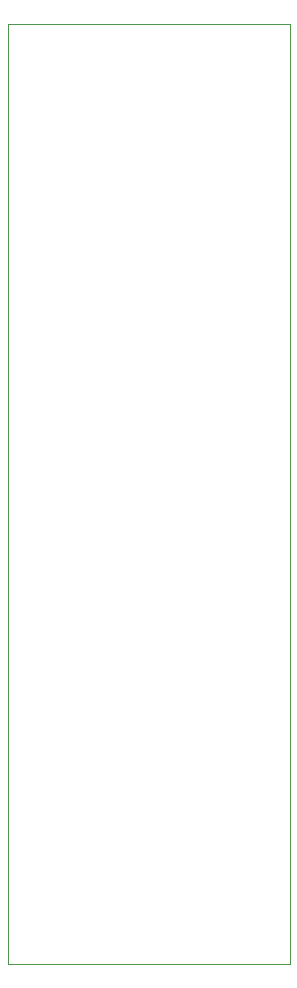
<source format=gbr>
%TF.GenerationSoftware,KiCad,Pcbnew,7.0.1*%
%TF.CreationDate,2023-03-30T16:52:30-04:00*%
%TF.ProjectId,system-board,73797374-656d-42d6-926f-6172642e6b69,rev?*%
%TF.SameCoordinates,Original*%
%TF.FileFunction,Profile,NP*%
%FSLAX46Y46*%
G04 Gerber Fmt 4.6, Leading zero omitted, Abs format (unit mm)*
G04 Created by KiCad (PCBNEW 7.0.1) date 2023-03-30 16:52:30*
%MOMM*%
%LPD*%
G01*
G04 APERTURE LIST*
%TA.AperFunction,Profile*%
%ADD10C,0.100000*%
%TD*%
G04 APERTURE END LIST*
D10*
X76200000Y-42000000D02*
X76200000Y-121600000D01*
X76200000Y-42000000D02*
X52300000Y-42000000D01*
X52300000Y-121600000D02*
X52300000Y-42000000D01*
X76200000Y-121600000D02*
X52300000Y-121600000D01*
M02*

</source>
